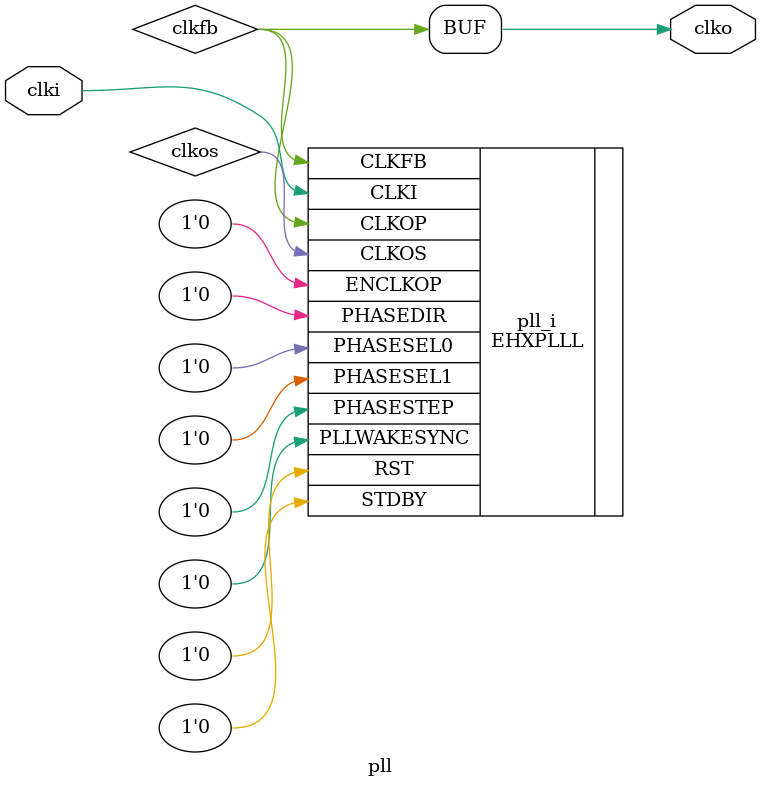
<source format=v>
module pll(input clki, output clko);
wire clkfb;
wire clkos;
(* ICP_CURRENT="12" *) (* LPF_RESISTOR="8" *) (* MFG_ENABLE_FILTEROPAMP="1" *) (* MFG_GMCREF_SEL="2" *)
EHXPLLL #(
        .PLLRST_ENA("DISABLED"),
        .INTFB_WAKE("DISABLED"),
        .STDBY_ENABLE("DISABLED"),
        .DPHASE_SOURCE("DISABLED"),
        .CLKOP_FPHASE(0),
        .CLKOP_CPHASE(11),
        .OUTDIVIDER_MUXA("DIVA"),
        .CLKOP_ENABLE("ENABLED"),
        .CLKOP_DIV(1),
        .CLKFB_DIV(4),
        .CLKI_DIV(1),
        .FEEDBK_PATH("INT_OP")
    ) pll_i (
        .CLKI(clki),
        .CLKFB(clkfb),
        .CLKOP(clkfb),
        .CLKOS(clkos),
        .RST(1'b0),
        .STDBY(1'b0),
        .PHASESEL0(1'b0),
        .PHASESEL1(1'b0),
        .PHASEDIR(1'b0),
        .PHASESTEP(1'b0),
        .PLLWAKESYNC(1'b0),
        .ENCLKOP(1'b0),
	);
assign clko = clkfb;
endmodule

</source>
